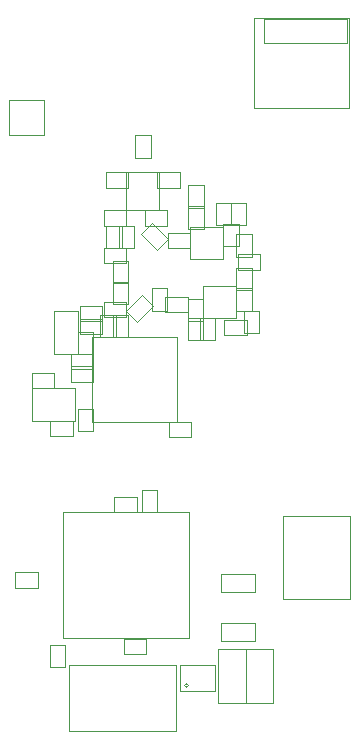
<source format=gbr>
G04 #@! TF.GenerationSoftware,KiCad,Pcbnew,(5.1.4)-1*
G04 #@! TF.CreationDate,2020-12-03T17:16:17+01:00*
G04 #@! TF.ProjectId,LoRa_Balloon,4c6f5261-5f42-4616-9c6c-6f6f6e2e6b69,2*
G04 #@! TF.SameCoordinates,Original*
G04 #@! TF.FileFunction,Other,User*
%FSLAX46Y46*%
G04 Gerber Fmt 4.6, Leading zero omitted, Abs format (unit mm)*
G04 Created by KiCad (PCBNEW (5.1.4)-1) date 2020-12-03 17:16:17*
%MOMM*%
%LPD*%
G04 APERTURE LIST*
%ADD10C,0.080000*%
%ADD11C,0.050000*%
G04 APERTURE END LIST*
D10*
X129886080Y-101686280D02*
X121834280Y-101686280D01*
X129886080Y-109306280D02*
X129886080Y-101686280D01*
X121834280Y-109306280D02*
X129886080Y-109306280D01*
X121834280Y-101686280D02*
X121834280Y-109306280D01*
X101076000Y-108614000D02*
X101076000Y-111614000D01*
X101076000Y-111614000D02*
X104076000Y-111614000D01*
X104076000Y-108614000D02*
X104076000Y-111614000D01*
X101076000Y-108614000D02*
X104076000Y-108614000D01*
X115583680Y-156428580D02*
X115583680Y-158678580D01*
X115583680Y-158678580D02*
X118483680Y-158678580D01*
X118483680Y-156428580D02*
X118483680Y-158678580D01*
X115583680Y-156428580D02*
X118483680Y-156428580D01*
X116268680Y-158188580D02*
G75*
G03X116268680Y-158188580I-150000J0D01*
G01*
X124310000Y-150880000D02*
X129910000Y-150880000D01*
X129910000Y-143800000D02*
X129910000Y-150880000D01*
X124310000Y-143800000D02*
X129910000Y-143800000D01*
X124310000Y-150880000D02*
X124310000Y-143800000D01*
X129682760Y-103781020D02*
X122682760Y-103781020D01*
X129682760Y-103781020D02*
X129682760Y-101781020D01*
X129682760Y-101781020D02*
X122682760Y-101781020D01*
X122682760Y-103781020D02*
X122682760Y-101781020D01*
D11*
X110627560Y-119245680D02*
X110627560Y-121145680D01*
X109327560Y-119245680D02*
X109327560Y-121145680D01*
X110627560Y-119245680D02*
X109327560Y-119245680D01*
X110627560Y-121145680D02*
X109327560Y-121145680D01*
X121108460Y-155080860D02*
X123408460Y-155080860D01*
X121108460Y-159680860D02*
X123408460Y-159680860D01*
X123408460Y-159680860D02*
X123408460Y-155080860D01*
X121108460Y-159680860D02*
X121108460Y-155080860D01*
X121109760Y-159680860D02*
X118809760Y-159680860D01*
X121109760Y-155080860D02*
X118809760Y-155080860D01*
X118809760Y-155080860D02*
X118809760Y-159680860D01*
X121109760Y-155080860D02*
X121109760Y-159680860D01*
D10*
X106151300Y-156411780D02*
X115231300Y-156411780D01*
X106151300Y-162011780D02*
X115231300Y-162011780D01*
X106151300Y-156411780D02*
X106151300Y-162011780D01*
X115231300Y-156411780D02*
X115231300Y-162011780D01*
D11*
X112692860Y-154208640D02*
X112692860Y-155508640D01*
X110792860Y-154208640D02*
X110792860Y-155508640D01*
X110792860Y-155508640D02*
X112692860Y-155508640D01*
X110792860Y-154208640D02*
X112692860Y-154208640D01*
X105641020Y-154201540D02*
X116341020Y-154201540D01*
X116341020Y-154201540D02*
X116341020Y-143501540D01*
X105641020Y-143501540D02*
X116341020Y-143501540D01*
X105641020Y-154201540D02*
X105641020Y-143501540D01*
X110094160Y-128711920D02*
X108794160Y-128711920D01*
X110094160Y-126811920D02*
X108794160Y-126811920D01*
X108794160Y-126811920D02*
X108794160Y-128711920D01*
X110094160Y-126811920D02*
X110094160Y-128711920D01*
X112561120Y-117947600D02*
X114461120Y-117947600D01*
X112561120Y-119247600D02*
X114461120Y-119247600D01*
X112561120Y-117947600D02*
X112561120Y-119247600D01*
X114461120Y-117947600D02*
X114461120Y-119247600D01*
X106919640Y-128216960D02*
X108219640Y-128216960D01*
X106919640Y-130116960D02*
X108219640Y-130116960D01*
X108219640Y-130116960D02*
X108219640Y-128216960D01*
X106919640Y-130116960D02*
X106919640Y-128216960D01*
X112247947Y-119958426D02*
X113167186Y-119039187D01*
X113591450Y-121301929D02*
X114510689Y-120382690D01*
X114510689Y-120382690D02*
X113167186Y-119039187D01*
X113591450Y-121301929D02*
X112247947Y-119958426D01*
X104923720Y-130116400D02*
X104923720Y-126516400D01*
X106923720Y-130116400D02*
X106923720Y-126516400D01*
X104923720Y-130116400D02*
X106923720Y-130116400D01*
X104923720Y-126516400D02*
X106923720Y-126516400D01*
X106286900Y-131414200D02*
X106286900Y-130114200D01*
X108186900Y-131414200D02*
X108186900Y-130114200D01*
X108186900Y-130114200D02*
X106286900Y-130114200D01*
X108186900Y-131414200D02*
X106286900Y-131414200D01*
X116271920Y-117741240D02*
X116271920Y-115841240D01*
X117571920Y-117741240D02*
X117571920Y-115841240D01*
X116271920Y-117741240D02*
X117571920Y-117741240D01*
X116271920Y-115841240D02*
X117571920Y-115841240D01*
X107073880Y-127340040D02*
X107073880Y-126040040D01*
X108973880Y-127340040D02*
X108973880Y-126040040D01*
X108973880Y-126040040D02*
X107073880Y-126040040D01*
X108973880Y-127340040D02*
X107073880Y-127340040D01*
X108191560Y-132470840D02*
X106291560Y-132470840D01*
X108191560Y-131170840D02*
X106291560Y-131170840D01*
X108191560Y-132470840D02*
X108191560Y-131170840D01*
X106291560Y-132470840D02*
X106291560Y-131170840D01*
X108973880Y-128417000D02*
X107073880Y-128417000D01*
X108973880Y-127117000D02*
X107073880Y-127117000D01*
X108973880Y-128417000D02*
X108973880Y-127117000D01*
X107073880Y-128417000D02*
X107073880Y-127117000D01*
X116497780Y-135834280D02*
X116497780Y-137134280D01*
X114597780Y-135834280D02*
X114597780Y-137134280D01*
X114597780Y-137134280D02*
X116497780Y-137134280D01*
X114597780Y-135834280D02*
X116497780Y-135834280D01*
X118578240Y-117307240D02*
X119878240Y-117307240D01*
X118578240Y-119207240D02*
X119878240Y-119207240D01*
X119878240Y-119207240D02*
X119878240Y-117307240D01*
X118578240Y-119207240D02*
X118578240Y-117307240D01*
X119873640Y-119207240D02*
X119873640Y-117307240D01*
X121173640Y-119207240D02*
X121173640Y-117307240D01*
X119873640Y-119207240D02*
X121173640Y-119207240D01*
X119873640Y-117307240D02*
X121173640Y-117307240D01*
X120310520Y-119991600D02*
X121610520Y-119991600D01*
X120310520Y-121891600D02*
X121610520Y-121891600D01*
X121610520Y-121891600D02*
X121610520Y-119991600D01*
X120310520Y-121891600D02*
X120310520Y-119991600D01*
X120460520Y-121686480D02*
X122360520Y-121686480D01*
X120460520Y-122986480D02*
X122360520Y-122986480D01*
X120460520Y-121686480D02*
X120460520Y-122986480D01*
X122360520Y-121686480D02*
X122360520Y-122986480D01*
X120310520Y-122796600D02*
X121610520Y-122796600D01*
X120310520Y-124696600D02*
X121610520Y-124696600D01*
X121610520Y-124696600D02*
X121610520Y-122796600D01*
X120310520Y-124696600D02*
X120310520Y-122796600D01*
X120976000Y-128374100D02*
X120976000Y-126474100D01*
X122276000Y-128374100D02*
X122276000Y-126474100D01*
X120976000Y-128374100D02*
X122276000Y-128374100D01*
X120976000Y-126474100D02*
X122276000Y-126474100D01*
X103004800Y-131699160D02*
X104904800Y-131699160D01*
X103004800Y-132999160D02*
X104904800Y-132999160D01*
X103004800Y-131699160D02*
X103004800Y-132999160D01*
X104904800Y-131699160D02*
X104904800Y-132999160D01*
X106461820Y-135783480D02*
X106461820Y-137083480D01*
X104561820Y-135783480D02*
X104561820Y-137083480D01*
X104561820Y-137083480D02*
X106461820Y-137083480D01*
X104561820Y-135783480D02*
X106461820Y-135783480D01*
X117513500Y-127040520D02*
X117513500Y-128940520D01*
X116213500Y-127040520D02*
X116213500Y-128940520D01*
X117513500Y-127040520D02*
X116213500Y-127040520D01*
X117513500Y-128940520D02*
X116213500Y-128940520D01*
X109095720Y-127014920D02*
X109095720Y-125714920D01*
X110995720Y-127014920D02*
X110995720Y-125714920D01*
X110995720Y-125714920D02*
X109095720Y-125714920D01*
X110995720Y-127014920D02*
X109095720Y-127014920D01*
X118524420Y-128940520D02*
X117224420Y-128940520D01*
X118524420Y-127040520D02*
X117224420Y-127040520D01*
X117224420Y-127040520D02*
X117224420Y-128940520D01*
X118524420Y-127040520D02*
X118524420Y-128940520D01*
X111145720Y-124009880D02*
X111145720Y-125909880D01*
X109845720Y-124009880D02*
X109845720Y-125909880D01*
X111145720Y-124009880D02*
X109845720Y-124009880D01*
X111145720Y-125909880D02*
X109845720Y-125909880D01*
X113147720Y-126440740D02*
X113147720Y-124540740D01*
X114447720Y-126440740D02*
X114447720Y-124540740D01*
X113147720Y-126440740D02*
X114447720Y-126440740D01*
X113147720Y-124540740D02*
X114447720Y-124540740D01*
X114310340Y-125288200D02*
X116210340Y-125288200D01*
X114310340Y-126588200D02*
X116210340Y-126588200D01*
X114310340Y-125288200D02*
X114310340Y-126588200D01*
X116210340Y-125288200D02*
X116210340Y-126588200D01*
X110988100Y-122440380D02*
X109088100Y-122440380D01*
X110988100Y-121140380D02*
X109088100Y-121140380D01*
X110988100Y-122440380D02*
X110988100Y-121140380D01*
X109088100Y-122440380D02*
X109088100Y-121140380D01*
X111674040Y-119245680D02*
X111674040Y-121145680D01*
X110374040Y-119245680D02*
X110374040Y-121145680D01*
X111674040Y-119245680D02*
X110374040Y-119245680D01*
X111674040Y-121145680D02*
X110374040Y-121145680D01*
X109271400Y-116047200D02*
X109271400Y-114747200D01*
X111171400Y-116047200D02*
X111171400Y-114747200D01*
X111171400Y-114747200D02*
X109271400Y-114747200D01*
X111171400Y-116047200D02*
X109271400Y-116047200D01*
X109106720Y-119242520D02*
X109106720Y-117942520D01*
X111006720Y-119242520D02*
X111006720Y-117942520D01*
X111006720Y-117942520D02*
X109106720Y-117942520D01*
X111006720Y-119242520D02*
X109106720Y-119242520D01*
X115514800Y-114747200D02*
X115514800Y-116047200D01*
X113614800Y-114747200D02*
X113614800Y-116047200D01*
X113614800Y-116047200D02*
X115514800Y-116047200D01*
X113614800Y-114747200D02*
X115514800Y-114747200D01*
X113055800Y-113487160D02*
X111755800Y-113487160D01*
X113055800Y-111587160D02*
X111755800Y-111587160D01*
X111755800Y-111587160D02*
X111755800Y-113487160D01*
X113055800Y-111587160D02*
X113055800Y-113487160D01*
X119027920Y-150282040D02*
X119027920Y-148782040D01*
X121927920Y-150282040D02*
X121927920Y-148782040D01*
X121927920Y-148782040D02*
X119027920Y-148782040D01*
X121927920Y-150282040D02*
X119027920Y-150282040D01*
X121927920Y-154382040D02*
X119027920Y-154382040D01*
X121927920Y-152882040D02*
X119027920Y-152882040D01*
X121927920Y-154382040D02*
X121927920Y-152882040D01*
X119027920Y-154382040D02*
X119027920Y-152882040D01*
X105844740Y-154757420D02*
X105844740Y-156657420D01*
X104544740Y-154757420D02*
X104544740Y-156657420D01*
X105844740Y-154757420D02*
X104544740Y-154757420D01*
X105844740Y-156657420D02*
X104544740Y-156657420D01*
X111892340Y-143496980D02*
X109992340Y-143496980D01*
X111892340Y-142196980D02*
X109992340Y-142196980D01*
X111892340Y-143496980D02*
X111892340Y-142196980D01*
X109992340Y-143496980D02*
X109992340Y-142196980D01*
X113640000Y-143502340D02*
X112340000Y-143502340D01*
X113640000Y-141602340D02*
X112340000Y-141602340D01*
X112340000Y-141602340D02*
X112340000Y-143502340D01*
X113640000Y-141602340D02*
X113640000Y-143502340D01*
X114524120Y-121137360D02*
X114524120Y-119837360D01*
X116424120Y-121137360D02*
X116424120Y-119837360D01*
X116424120Y-119837360D02*
X114524120Y-119837360D01*
X116424120Y-121137360D02*
X114524120Y-121137360D01*
X120528480Y-119087360D02*
X120528480Y-120987360D01*
X119228480Y-119087360D02*
X119228480Y-120987360D01*
X120528480Y-119087360D02*
X119228480Y-119087360D01*
X120528480Y-120987360D02*
X119228480Y-120987360D01*
X111145720Y-126814880D02*
X111145720Y-128714880D01*
X109845720Y-126814880D02*
X109845720Y-128714880D01*
X111145720Y-126814880D02*
X109845720Y-126814880D01*
X111145720Y-128714880D02*
X109845720Y-128714880D01*
X120310520Y-124539040D02*
X121610520Y-124539040D01*
X120310520Y-126439040D02*
X121610520Y-126439040D01*
X121610520Y-126439040D02*
X121610520Y-124539040D01*
X120310520Y-126439040D02*
X120310520Y-124539040D01*
X111899726Y-127389611D02*
X110980487Y-126470372D01*
X113243229Y-126046108D02*
X112323990Y-125126869D01*
X112323990Y-125126869D02*
X110980487Y-126470372D01*
X113243229Y-126046108D02*
X111899726Y-127389611D01*
X116213500Y-125437780D02*
X117513500Y-125437780D01*
X116213500Y-127337780D02*
X117513500Y-127337780D01*
X117513500Y-127337780D02*
X117513500Y-125437780D01*
X116213500Y-127337780D02*
X116213500Y-125437780D01*
X111145720Y-122250080D02*
X111145720Y-124150080D01*
X109845720Y-122250080D02*
X109845720Y-124150080D01*
X111145720Y-122250080D02*
X109845720Y-122250080D01*
X111145720Y-124150080D02*
X109845720Y-124150080D01*
X117571920Y-119493840D02*
X116271920Y-119493840D01*
X117571920Y-117593840D02*
X116271920Y-117593840D01*
X116271920Y-117593840D02*
X116271920Y-119493840D01*
X117571920Y-117593840D02*
X117571920Y-119493840D01*
X106891700Y-136667200D02*
X106891700Y-134767200D01*
X108191700Y-136667200D02*
X108191700Y-134767200D01*
X106891700Y-136667200D02*
X108191700Y-136667200D01*
X106891700Y-134767200D02*
X108191700Y-134767200D01*
X121214560Y-128523680D02*
X119314560Y-128523680D01*
X121214560Y-127223680D02*
X119314560Y-127223680D01*
X121214560Y-128523680D02*
X121214560Y-127223680D01*
X119314560Y-128523680D02*
X119314560Y-127223680D01*
X101615840Y-149901540D02*
X101615840Y-148601540D01*
X103515840Y-149901540D02*
X103515840Y-148601540D01*
X103515840Y-148601540D02*
X101615840Y-148601540D01*
X103515840Y-149901540D02*
X101615840Y-149901540D01*
X116426160Y-119386280D02*
X116426160Y-122086280D01*
X119226160Y-119386280D02*
X119226160Y-122086280D01*
X116426160Y-119386280D02*
X119226160Y-119386280D01*
X116426160Y-122086280D02*
X119226160Y-122086280D01*
X108094120Y-128713720D02*
X108094120Y-135913720D01*
X115294120Y-128713720D02*
X115294120Y-135913720D01*
X108094120Y-128713720D02*
X115294120Y-128713720D01*
X108094120Y-135913720D02*
X115294120Y-135913720D01*
X120312440Y-124338200D02*
X117512440Y-124338200D01*
X120312440Y-127038200D02*
X117512440Y-127038200D01*
X117512440Y-127038200D02*
X117512440Y-124338200D01*
X120312440Y-127038200D02*
X120312440Y-124338200D01*
X113805800Y-114747200D02*
X111005800Y-114747200D01*
X111005800Y-117947200D02*
X113805800Y-117947200D01*
X111005800Y-117947200D02*
X111005800Y-114747200D01*
X113805800Y-117947200D02*
X113805800Y-114747200D01*
D10*
X103019460Y-133017400D02*
X103019460Y-135775400D01*
X103019460Y-133017400D02*
X106699460Y-133017400D01*
X106699460Y-133017400D02*
X106699460Y-135775400D01*
X106699460Y-135775400D02*
X103019460Y-135775400D01*
M02*

</source>
